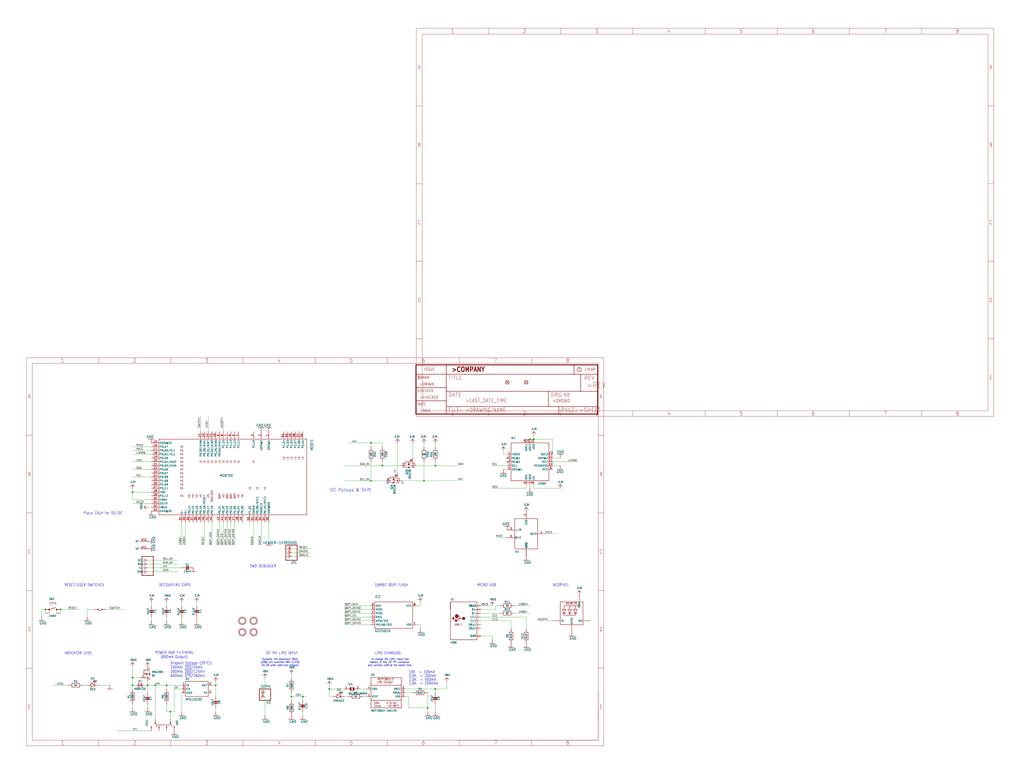
<source format=kicad_sch>
(kicad_sch (version 20211123) (generator eeschema)
  (paper "User" 687.07 520.141)
  (junction (at 111.76 459.74))
  (junction (at 287.02 474.98))
  (junction (at 88.9 330.2))
  (junction (at 88.9 459.74))
  (junction (at 292.1 312.42))
  (junction (at 114.3 477.52))
  (junction (at 195.58 467.36))
  (junction (at 248.92 322.58))
  (junction (at 99.06 459.74))
  (junction (at 358.14 294.64))
  (junction (at 292.1 462.28))
  (junction (at 203.2 467.36))
  (junction (at 144.78 459.74))
  (junction (at 30.48 408.94))
  (junction (at 355.6 294.64))
  (junction (at 40.64 408.94))
  (junction (at 220.98 462.28))
  (junction (at 88.9 454.66))
  (junction (at 284.48 322.58))
  (junction (at 104.14 459.74))
  (junction (at 256.54 312.42))
  (junction (at 248.92 297.18))
  (wire (pts (xy 116.84 462.28) (xy 116.84 477.52)))
  (wire (pts (xy 99.06 383.54) (xy 119.38 383.54)))
  (wire (pts (xy 30.48 408.94) (xy 30.48 411.48)))
  (wire (pts (xy 292.1 472.44) (xy 292.1 477.52)))
  (wire (pts (xy 195.58 467.36) (xy 195.58 469.9)))
  (wire (pts (xy 195.58 452.12) (xy 195.58 454.66)))
  (wire (pts (xy 287.02 474.98) (xy 287.02 477.52)))
  (wire (pts (xy 30.48 408.94) (xy 27.94 408.94)))
  (wire (pts (xy 355.6 294.64) (xy 353.06 294.64)))
  (wire (pts (xy 40.64 411.48) (xy 40.64 408.94)))
  (wire (pts (xy 284.48 309.88) (xy 284.48 322.58)))
  (wire (pts (xy 157.48 350.52) (xy 157.48 365.76)))
  (wire (pts (xy 231.14 414.02) (xy 248.92 414.02)))
  (wire (pts (xy 101.6 337.82) (xy 88.9 337.82)))
  (wire (pts (xy 99.06 381) (xy 121.92 381)))
  (wire (pts (xy 243.84 467.36) (xy 246.38 467.36)))
  (wire (pts (xy 284.48 299.72) (xy 284.48 297.18)))
  (wire (pts (xy 330.2 426.72) (xy 330.2 429.26)))
  (wire (pts (xy 279.4 419.1) (xy 281.94 419.1)))
  (wire (pts (xy 139.7 289.56) (xy 139.7 279.4)))
  (wire (pts (xy 177.8 480.06) (xy 177.8 467.36)))
  (wire (pts (xy 101.6 304.8) (xy 88.9 304.8)))
  (wire (pts (xy 121.92 459.74) (xy 111.76 459.74)))
  (wire (pts (xy 355.6 411.48) (xy 345.44 411.48)))
  (wire (pts (xy 203.2 467.36) (xy 205.74 467.36)))
  (wire (pts (xy 114.3 477.52) (xy 111.76 477.52)))
  (wire (pts (xy 271.78 467.36) (xy 274.32 467.36)))
  (wire (pts (xy 340.36 312.42) (xy 330.2 312.42)))
  (wire (pts (xy 111.76 414.02) (xy 111.76 416.56)))
  (wire (pts (xy 292.1 462.28) (xy 299.72 462.28)))
  (wire (pts (xy 332.74 406.4) (xy 335.28 406.4)))
  (wire (pts (xy 220.98 459.74) (xy 220.98 462.28)))
  (wire (pts (xy 266.7 317.5) (xy 266.7 297.18)))
  (wire (pts (xy 281.94 419.1) (xy 281.94 421.64)))
  (wire (pts (xy 91.44 459.74) (xy 88.9 459.74)))
  (wire (pts (xy 124.46 350.52) (xy 124.46 365.76)))
  (wire (pts (xy 195.58 464.82) (xy 195.58 467.36)))
  (wire (pts (xy 375.92 327.66) (xy 358.14 327.66)))
  (wire (pts (xy 256.54 312.42) (xy 231.14 312.42)))
  (wire (pts (xy 96.52 459.74) (xy 99.06 459.74)))
  (wire (pts (xy 88.9 335.28) (xy 88.9 330.2)))
  (wire (pts (xy 195.58 467.36) (xy 203.2 467.36)))
  (wire (pts (xy 279.4 406.4) (xy 281.94 406.4)))
  (wire (pts (xy 88.9 459.74) (xy 88.9 454.66)))
  (wire (pts (xy 248.92 406.4) (xy 231.14 406.4)))
  (wire (pts (xy 340.36 360.68) (xy 332.74 360.68)))
  (wire (pts (xy 370.84 304.8) (xy 370.84 294.64)))
  (wire (pts (xy 370.84 307.34) (xy 375.92 307.34)))
  (wire (pts (xy 358.14 294.64) (xy 355.6 294.64)))
  (wire (pts (xy 147.32 365.76) (xy 147.32 350.52)))
  (wire (pts (xy 269.24 322.58) (xy 284.48 322.58)))
  (wire (pts (xy 365.76 358.14) (xy 373.38 358.14)))
  (wire (pts (xy 292.1 299.72) (xy 292.1 297.18)))
  (wire (pts (xy 353.06 325.12) (xy 353.06 327.66)))
  (wire (pts (xy 259.08 322.58) (xy 248.92 322.58)))
  (wire (pts (xy 101.6 406.4) (xy 101.6 403.86)))
  (wire (pts (xy 248.92 408.94) (xy 231.14 408.94)))
  (wire (pts (xy 101.6 302.26) (xy 88.9 302.26)))
  (wire (pts (xy 88.9 330.2) (xy 88.9 327.66)))
  (wire (pts (xy 292.1 309.88) (xy 292.1 312.42)))
  (wire (pts (xy 231.14 416.56) (xy 248.92 416.56)))
  (wire (pts (xy 292.1 312.42) (xy 307.34 312.42)))
  (wire (pts (xy 322.58 426.72) (xy 330.2 426.72)))
  (wire (pts (xy 233.68 297.18) (xy 248.92 297.18)))
  (wire (pts (xy 101.6 414.02) (xy 101.6 416.56)))
  (wire (pts (xy 248.92 297.18) (xy 248.92 299.72)))
  (wire (pts (xy 142.24 365.76) (xy 142.24 350.52)))
  (wire (pts (xy 149.86 289.56) (xy 149.86 281.94)))
  (wire (pts (xy 111.76 477.52) (xy 111.76 472.44)))
  (wire (pts (xy 358.14 292.1) (xy 358.14 294.64)))
  (wire (pts (xy 101.6 314.96) (xy 88.9 314.96)))
  (wire (pts (xy 99.06 464.82) (xy 99.06 459.74)))
  (wire (pts (xy 116.84 477.52) (xy 114.3 477.52)))
  (wire (pts (xy 231.14 411.48) (xy 248.92 411.48)))
  (wire (pts (xy 132.08 414.02) (xy 132.08 416.56)))
  (wire (pts (xy 170.18 350.52) (xy 170.18 365.76)))
  (wire (pts (xy 220.98 462.28) (xy 231.14 462.28)))
  (wire (pts (xy 121.92 462.28) (xy 116.84 462.28)))
  (wire (pts (xy 358.14 327.66) (xy 358.14 325.12)))
  (wire (pts (xy 93.98 454.66) (xy 88.9 454.66)))
  (wire (pts (xy 332.74 408.94) (xy 332.74 406.4)))
  (wire (pts (xy 276.86 307.34) (xy 276.86 297.18)))
  (wire (pts (xy 337.82 314.96) (xy 340.36 314.96)))
  (wire (pts (xy 248.92 297.18) (xy 256.54 297.18)))
  (wire (pts (xy 299.72 457.2) (xy 299.72 462.28)))
  (wire (pts (xy 322.58 411.48) (xy 335.28 411.48)))
  (wire (pts (xy 353.06 414.02) (xy 353.06 421.64)))
  (wire (pts (xy 58.42 408.94) (xy 58.42 414.02)))
  (wire (pts (xy 142.24 459.74) (xy 144.78 459.74)))
  (wire (pts (xy 322.58 416.56) (xy 342.9 416.56)))
  (wire (pts (xy 370.84 294.64) (xy 358.14 294.64)))
  (wire (pts (xy 241.3 462.28) (xy 246.38 462.28)))
  (wire (pts (xy 342.9 416.56) (xy 342.9 421.64)))
  (wire (pts (xy 281.94 406.4) (xy 281.94 403.86)))
  (wire (pts (xy 370.84 309.88) (xy 386.08 309.88)))
  (wire (pts (xy 248.92 322.58) (xy 231.14 322.58)))
  (wire (pts (xy 292.1 462.28) (xy 271.78 462.28)))
  (wire (pts (xy 203.2 480.06) (xy 203.2 477.52)))
  (wire (pts (xy 111.76 406.4) (xy 111.76 403.86)))
  (wire (pts (xy 330.2 406.4) (xy 322.58 406.4)))
  (wire (pts (xy 101.6 299.72) (xy 88.9 299.72)))
  (wire (pts (xy 203.2 467.36) (xy 203.2 469.9)))
  (wire (pts (xy 284.48 322.58) (xy 307.34 322.58)))
  (wire (pts (xy 355.6 406.4) (xy 345.44 406.4)))
  (wire (pts (xy 322.58 408.94) (xy 332.74 408.94)))
  (wire (pts (xy 220.98 467.36) (xy 220.98 462.28)))
  (wire (pts (xy 269.24 312.42) (xy 256.54 312.42)))
  (wire (pts (xy 45.72 459.74) (xy 35.56 459.74)))
  (wire (pts (xy 88.9 454.66) (xy 88.9 447.04)))
  (wire (pts (xy 132.08 406.4) (xy 132.08 403.86)))
  (wire (pts (xy 292.1 464.82) (xy 292.1 462.28)))
  (wire (pts (xy 353.06 327.66) (xy 330.2 327.66)))
  (wire (pts (xy 101.6 335.28) (xy 88.9 335.28)))
  (wire (pts (xy 71.12 408.94) (xy 83.82 408.94)))
  (wire (pts (xy 88.9 474.98) (xy 88.9 472.44)))
  (wire (pts (xy 256.54 299.72) (xy 256.54 297.18)))
  (wire (pts (xy 274.32 467.36) (xy 274.32 474.98)))
  (wire (pts (xy 104.14 482.6) (xy 104.14 459.74)))
  (wire (pts (xy 322.58 414.02) (xy 353.06 414.02)))
  (wire (pts (xy 121.92 406.4) (xy 121.92 403.86)))
  (wire (pts (xy 231.14 467.36) (xy 233.68 467.36)))
  (wire (pts (xy 99.06 459.74) (xy 104.14 459.74)))
  (wire (pts (xy 177.8 454.66) (xy 177.8 464.82)))
  (wire (pts (xy 144.78 474.98) (xy 144.78 477.52)))
  (wire (pts (xy 149.86 365.76) (xy 149.86 350.52)))
  (wire (pts (xy 370.84 312.42) (xy 375.92 312.42)))
  (wire (pts (xy 144.78 467.36) (xy 144.78 459.74)))
  (wire (pts (xy 40.64 408.94) (xy 53.34 408.94)))
  (wire (pts (xy 279.4 312.42) (xy 292.1 312.42)))
  (wire (pts (xy 101.6 330.2) (xy 88.9 330.2)))
  (wire (pts (xy 287.02 464.82) (xy 287.02 474.98)))
  (wire (pts (xy 121.92 365.76) (xy 121.92 350.52)))
  (wire (pts (xy 99.06 375.92) (xy 119.38 375.92)))
  (wire (pts (xy 121.92 414.02) (xy 121.92 416.56)))
  (wire (pts (xy 111.76 462.28) (xy 111.76 459.74)))
  (wire (pts (xy 271.78 464.82) (xy 276.86 464.82)))
  (wire (pts (xy 154.94 350.52) (xy 154.94 365.76)))
  (wire (pts (xy 274.32 474.98) (xy 287.02 474.98)))
  (wire (pts (xy 208.28 370.84) (xy 195.58 370.84)))
  (wire (pts (xy 180.34 363.22) (xy 180.34 350.52)))
  (wire (pts (xy 137.16 350.52) (xy 137.16 365.76)))
  (wire (pts (xy 175.26 350.52) (xy 175.26 365.76)))
  (wire (pts (xy 248.92 309.88) (xy 248.92 322.58)))
  (wire (pts (xy 58.42 459.74) (xy 55.88 459.74)))
  (wire (pts (xy 337.82 304.8) (xy 337.82 302.26)))
  (wire (pts (xy 134.62 289.56) (xy 134.62 279.4)))
  (wire (pts (xy 256.54 309.88) (xy 256.54 312.42)))
  (wire (pts (xy 144.78 459.74) (xy 144.78 457.2)))
  (wire (pts (xy 99.06 457.2) (xy 99.06 459.74)))
  (wire (pts (xy 101.6 309.88) (xy 88.9 309.88)))
  (wire (pts (xy 101.6 340.36) (xy 99.06 340.36)))
  (wire (pts (xy 195.58 373.38) (xy 208.28 373.38)))
  (wire (pts (xy 121.92 464.82) (xy 121.92 477.52)))
  (wire (pts (xy 114.3 482.6) (xy 114.3 477.52)))
  (wire (pts (xy 101.6 490.22) (xy 78.74 490.22)))
  (wire (pts (xy 355.6 327.66) (xy 355.6 325.12)))
  (wire (pts (xy 152.4 350.52) (xy 152.4 365.76)))
  (wire (pts (xy 195.58 368.3) (xy 208.28 368.3)))
  (wire (pts (xy 99.06 378.46) (xy 119.38 378.46)))
  (wire (pts (xy 231.14 419.1) (xy 248.92 419.1)))
  (wire (pts (xy 370.84 416.56) (xy 360.68 416.56)))
  (wire (pts (xy 223.52 467.36) (xy 220.98 467.36)))
  (wire (pts (xy 340.36 304.8) (xy 337.82 304.8)))
  (wire (pts (xy 73.66 459.74) (xy 66.04 459.74)))
  (wire (pts (xy 27.94 408.94) (xy 27.94 414.02)))
  (wire (pts (xy 104.14 459.74) (xy 111.76 459.74)))
  (wire (pts (xy 88.9 462.28) (xy 88.9 459.74)))
  (wire (pts (xy 101.6 320.04) (xy 88.9 320.04)))
  (wire (pts (xy 63.5 408.94) (xy 58.42 408.94)))
  (wire (pts (xy 99.06 472.44) (xy 99.06 474.98)))
  (text "Place 10uH for DC/DC" (at 55.88 345.44 180) (effects (font (size 1.778 1.5113)) (justify left bottom)))
  (text "2.0K  = 500mA" (at 274.32 457.2 180) (effects (font (size 1.778 1.5113)) (justify left bottom)))
  (text "G" (at 264.16 317.5 180) (effects (font (size 1.778 1.5113)) (justify left bottom)))
  (text "JST PH LIPO INPUT" (at 177.8 439.42 180) (effects (font (size 1.778 1.5113)) (justify left bottom)))
  (text "1.0K  = 1000mA" (at 274.32 459.74 180) (effects (font (size 1.778 1.5113)) (justify left bottom)))
  (text "Dropout Voltage (25°C):\n100mA: ~{250/}40mV\n300mA: ~{300/}125mV\n600mA: ~{375/}260mV" (at 114.3 454.66 0) (effects (font (size 1.778 1.5113)) (justify left bottom)))
  (text "POWER AND FILTERING\n(600mA Output)" (at 116.84 441.96 180) (effects (font (size 1.778 1.5113)) (justify bottom)))
  (text "S" (at 269.24 325.12 180) (effects (font (size 1.778 1.5113)) (justify left bottom)))
  (text "NEOPIXEL" (at 370.84 393.7 180) (effects (font (size 1.778 1.5113)) (justify left bottom)))
  (text "LIPO CHARGING" (at 251.46 439.42 180) (effects (font (size 1.778 1.5113)) (justify left bottom)))
  (text "SWD DEBUGGER" (at 167.64 381 180) (effects (font (size 1.778 1.5113)) (justify left bottom)))
  (text "MICRO USB" (at 320.04 393.7 180) (effects (font (size 1.778 1.5113)) (justify left bottom)))
  (text "Dynamic VIN selection: VBUS\n(USB) will override VBAT (LIPO)\nvia D5 when both are present." (at 187.96 444.5 0) (effects (font (size 1.27 1.0795))))
  (text "DECOUPLING CAPS" (at 106.68 393.7 180) (effects (font (size 1.778 1.5113)) (justify left bottom)))
  (text "RESET/USER SWITCHES" (at 43.18 393.7 180) (effects (font (size 1.778 1.5113)) (justify left bottom)))
  (text "I2C Pullups & Shift" (at 220.98 330.2 180) (effects (font (size 2.1844 1.8567)) (justify left bottom)))
  (text "10K  = 100mA" (at 274.32 452.12 180) (effects (font (size 1.778 1.5113)) (justify left bottom)))
  (text "5.0K  = 200mA" (at 274.32 454.66 180) (effects (font (size 1.778 1.5113)) (justify left bottom)))
  (text "To charge the LIPO, insert the\nbattery in the JST PH connector\nand connect USB at the same time." (at 261.62 444.5 0) (effects (font (size 1.27 1.0795))))
  (text "INDICATOR LEDS" (at 43.18 439.42 180) (effects (font (size 1.778 1.5113)) (justify left bottom)))
  (text "16MBIT QSPI FLASH" (at 251.46 393.7 180) (effects (font (size 1.778 1.5113)) (justify left bottom)))
  (text "D" (at 259.08 325.12 180) (effects (font (size 1.778 1.5113)) (justify left bottom)))
  (label "QSPI_CS" (at 149.86 365.76 90) (effects (font (size 1.2446 1.2446))))
  (label "CC1" (at 330.2 414.02 0) (effects (font (size 1.2446 1.2446))))
  (label "MICD" (at 365.76 358.14 0) (effects (font (size 1.2446 1.2446))))
  (label "MICC" (at 332.74 360.68 0) (effects (font (size 1.2446 1.2446))))
  (label "QSPI_DATA0" (at 231.14 408.94 0) (effects (font (size 1.2446 1.2446))))
  (label "QSPI_DATA1" (at 147.32 365.76 90) (effects (font (size 1.2446 1.2446))))
  (label "QSPI_DATA2" (at 231.14 416.56 0) (effects (font (size 1.2446 1.2446))))
  (label "SDA" (at 91.44 314.96 0) (effects (font (size 1.2446 1.2446))))
  (label "USBD+" (at 347.98 406.4 0) (effects (font (size 1.2446 1.2446))))
  (label "RESET" (at 200.66 368.3 0) (effects (font (size 1.2446 1.2446))))
  (label "LISIRQ" (at 381 309.88 0) (effects (font (size 1.2446 1.2446))))
  (label "SDA_5V" (at 241.3 312.42 0) (effects (font (size 1.2446 1.2446))))
  (label "EN" (at 116.84 462.28 0) (effects (font (size 1.2446 1.2446))))
  (label "CC2" (at 330.2 416.56 0) (effects (font (size 1.2446 1.2446))))
  (label "SCL_5V" (at 109.22 375.92 0) (effects (font (size 1.2446 1.2446))))
  (label "GND" (at 109.22 383.54 0) (effects (font (size 1.2446 1.2446))))
  (label "QSPI_DATA3" (at 152.4 365.76 90) (effects (font (size 1.2446 1.2446))))
  (label "SWDIO" (at 170.18 365.76 90) (effects (font (size 1.2446 1.2446))))
  (label "QSPI_CS" (at 231.14 414.02 0) (effects (font (size 1.2446 1.2446))))
  (label "SWCLK" (at 175.26 365.76 90) (effects (font (size 1.2446 1.2446))))
  (label "SWITCH" (at 134.62 287.02 90) (effects (font (size 1.2446 1.2446))))
  (label "SCL_5V" (at 241.3 322.58 0) (effects (font (size 1.2446 1.2446))))
  (label "SWDIO" (at 200.66 370.84 0) (effects (font (size 1.2446 1.2446))))
  (label "SCL" (at 91.44 320.04 0) (effects (font (size 1.2446 1.2446))))
  (label "VHI" (at 109.22 381 0) (effects (font (size 1.2446 1.2446))))
  (label "QSPI_DATA2" (at 154.94 365.76 90) (effects (font (size 1.2446 1.2446))))
  (label "NEOPIX" (at 360.68 416.56 0) (effects (font (size 1.2446 1.2446))))
  (label "VDIV" (at 91.44 309.88 0) (effects (font (size 1.2446 1.2446))))
  (label "VDIV" (at 198.12 467.36 0) (effects (font (size 1.2446 1.2446))))
  (label "VHI" (at 88.9 490.22 0) (effects (font (size 1.2446 1.2446))))
  (label "RESET" (at 137.16 365.76 90) (effects (font (size 1.2446 1.2446))))
  (label "SCL" (at 330.2 312.42 0) (effects (font (size 1.2446 1.2446))))
  (label "DCCH" (at 91.44 337.82 0) (effects (font (size 1.2446 1.2446))))
  (label "USBD-" (at 121.92 365.76 90) (effects (font (size 1.2446 1.2446))))
  (label "MICC" (at 91.44 302.26 0) (effects (font (size 1.2446 1.2446))))
  (label "QSPI_DATA3" (at 231.14 419.1 0) (effects (font (size 1.2446 1.2446))))
  (label "LED1" (at 38.1 459.74 0) (effects (font (size 1.2446 1.2446))))
  (label "SWCLK" (at 200.66 373.38 0) (effects (font (size 1.2446 1.2446))))
  (label "QSPI_SCK" (at 231.14 406.4 0) (effects (font (size 1.2446 1.2446))))
  (label "QSPI_DATA1" (at 231.14 411.48 0) (effects (font (size 1.2446 1.2446))))
  (label "VBUS" (at 322.58 406.4 0) (effects (font (size 1.2446 1.2446))))
  (label "NEOPIX" (at 149.86 287.02 90) (effects (font (size 1.2446 1.2446))))
  (label "SWITCH" (at 73.66 408.94 0) (effects (font (size 1.2446 1.2446))))
  (label "SDA" (at 330.2 327.66 0) (effects (font (size 1.2446 1.2446))))
  (label "SDA" (at 307.34 312.42 0) (effects (font (size 1.2446 1.2446))))
  (label "SDA_5V" (at 109.22 378.46 0) (effects (font (size 1.2446 1.2446))))
  (label "RESET" (at 45.72 408.94 0) (effects (font (size 1.2446 1.2446))))
  (label "VHI" (at 236.22 297.18 0) (effects (font (size 1.2446 1.2446))))
  (label "LED1" (at 139.7 287.02 90) (effects (font (size 1.2446 1.2446))))
  (label "QSPI_DATA0" (at 157.48 365.76 90) (effects (font (size 1.2446 1.2446))))
  (label "LISIRQ" (at 91.44 304.8 0) (effects (font (size 1.2446 1.2446))))
  (label "QSPI_SCK" (at 142.24 365.76 90) (effects (font (size 1.2446 1.2446))))
  (label "USBD+" (at 124.46 365.76 90) (effects (font (size 1.2446 1.2446))))
  (label "MICD" (at 91.44 299.72 0) (effects (font (size 1.2446 1.2446))))
  (label "VIN" (at 104.14 459.74 0) (effects (font (size 1.2446 1.2446))))
  (label "SCL" (at 307.34 322.58 0) (effects (font (size 1.2446 1.2446))))
  (label "USBD-" (at 347.98 411.48 0) (effects (font (size 1.2446 1.2446))))
  (symbol (lib_id "eagleSchem-eagle-import:CAP_CERAMIC0603_NO") (at 121.92 408.94 180) (unit 1)
    (property "Reference" "C3" (at 124.21 410.19 90))
    (property "Value" "0.1uF" (at 119.62 410.19 90))
    (property "Footprint" "eagleSchem:0603-NO" (effects hide))
  )
  (symbol (lib_id "eagleSchem-eagle-import:GND") (at 195.58 482.6 0) (unit 1)
    (property "Reference" "#U$57" (effects hide))
    (property "Value" "GND" (at 194.056 485.14 0) (effects (font (size 1.778 1.5113)) (justify left bottom)))
    (property "Footprint" "eagleSchem:" (effects hide))
  )
  (symbol (lib_id "eagleSchem-eagle-import:MOUNTINGHOLE_SLOT4MM") (at 170.18 424.18 0) (unit 1)
    (property "Reference" "U$12" (effects hide))
    (property "Value" "MOUNTINGHOLE_SLOT4MM" (effects hide))
    (property "Footprint" "eagleSchem:SLOT_4MM_PLATED" (effects hide))
  )
  (symbol (lib_id "eagleSchem-eagle-import:VBAT") (at 177.8 452.12 0) (unit 1)
    (property "Reference" "#U$6" (effects hide))
    (property "Value" "VBAT" (at 176.276 451.104 0) (effects (font (size 1.27 1.0795)) (justify left bottom)))
    (property "Footprint" "eagleSchem:" (effects hide))
  )
  (symbol (lib_id "eagleSchem-eagle-import:DIODE-SCHOTTKYSOD-123") (at 93.98 459.74 0) (unit 1)
    (property "Reference" "D1" (at 93.98 457.2 0))
    (property "Value" "MBR120" (at 93.98 462.24 0))
    (property "Footprint" "eagleSchem:SOD-123" (effects hide))
  )
  (symbol (lib_id "eagleSchem-eagle-import:VBUS") (at 330.2 403.86 0) (unit 1)
    (property "Reference" "#U$21" (effects hide))
    (property "Value" "VBUS" (at 328.676 402.844 0) (effects (font (size 1.27 1.0795)) (justify left bottom)))
    (property "Footprint" "eagleSchem:" (effects hide))
  )
  (symbol (lib_id "eagleSchem-eagle-import:RESISTOR_0603_NOOUT") (at 340.36 406.4 0) (unit 1)
    (property "Reference" "R11" (at 340.36 403.86 0))
    (property "Value" "22" (at 340.36 406.4 0) (effects (font (size 1.016 1.016) bold)))
    (property "Footprint" "eagleSchem:0603-NO" (effects hide))
  )
  (symbol (lib_id "eagleSchem-eagle-import:SWITCH_SPST_TACT_RA") (at 66.04 408.94 180) (unit 1)
    (property "Reference" "SW1" (effects hide))
    (property "Value" "TACT_RA" (effects hide))
    (property "Footprint" "eagleSchem:SPST_TACTILE_RA" (effects hide))
  )
  (symbol (lib_id "eagleSchem-eagle-import:STEMMA_I2C_QT") (at 99.06 368.3 180) (unit 2)
    (property "Reference" "CONN1" (effects hide))
    (property "Value" "STEMMA_I2C_QT" (effects hide))
    (property "Footprint" "eagleSchem:JST_SH4" (effects hide))
  )
  (symbol (lib_id "eagleSchem-eagle-import:3.3V") (at 337.82 299.72 0) (unit 1)
    (property "Reference" "#U$40" (effects hide))
    (property "Value" "3.3V" (at 336.296 298.704 0) (effects (font (size 1.27 1.0795)) (justify left bottom)))
    (property "Footprint" "eagleSchem:" (effects hide))
  )
  (symbol (lib_id "eagleSchem-eagle-import:VBAT") (at 99.06 444.5 0) (unit 1)
    (property "Reference" "#U$43" (effects hide))
    (property "Value" "VBAT" (at 97.536 443.484 0) (effects (font (size 1.27 1.0795)) (justify left bottom)))
    (property "Footprint" "eagleSchem:" (effects hide))
  )
  (symbol (lib_id "eagleSchem-eagle-import:GND") (at 203.2 482.6 0) (unit 1)
    (property "Reference" "#U$9" (effects hide))
    (property "Value" "GND" (at 201.676 485.14 0) (effects (font (size 1.778 1.5113)) (justify left bottom)))
    (property "Footprint" "eagleSchem:" (effects hide))
  )
  (symbol (lib_id "eagleSchem-eagle-import:GND") (at 116.84 492.76 0) (unit 1)
    (property "Reference" "#U$17" (effects hide))
    (property "Value" "GND" (at 115.316 495.3 0) (effects (font (size 1.778 1.5113)) (justify left bottom)))
    (property "Footprint" "eagleSchem:" (effects hide))
  )
  (symbol (lib_id "eagleSchem-eagle-import:GND") (at 101.6 345.44 0) (unit 1)
    (property "Reference" "#U$48" (effects hide))
    (property "Value" "GND" (at 100.076 347.98 0) (effects (font (size 1.778 1.5113)) (justify left bottom)))
    (property "Footprint" "eagleSchem:" (effects hide))
  )
  (symbol (lib_id "eagleSchem-eagle-import:GND") (at 58.42 416.56 0) (unit 1)
    (property "Reference" "#U$8" (effects hide))
    (property "Value" "GND" (at 56.896 419.1 0) (effects (font (size 1.778 1.5113)) (justify left bottom)))
    (property "Footprint" "eagleSchem:" (effects hide))
  )
  (symbol (lib_id "eagleSchem-eagle-import:RESISTOR_0603_NOOUT") (at 340.36 411.48 0) (unit 1)
    (property "Reference" "R10" (at 340.36 408.94 0))
    (property "Value" "22" (at 340.36 411.48 0) (effects (font (size 1.016 1.016) bold)))
    (property "Footprint" "eagleSchem:0603-NO" (effects hide))
  )
  (symbol (lib_id "eagleSchem-eagle-import:RESISTOR_4PACK") (at 256.54 304.8 270) (unit 2)
    (property "Reference" "R5" (at 259.08 304.8 0))
    (property "Value" "10K" (at 256.54 304.8 0) (effects (font (size 1.016 1.016) bold)))
    (property "Footprint" "eagleSchem:RESPACK_4X0603" (effects hide))
  )
  (symbol (lib_id "eagleSchem-eagle-import:3.3V") (at 353.06 340.36 0) (unit 1)
    (property "Reference" "#U$46" (effects hide))
    (property "Value" "3.3V" (at 351.536 339.344 0) (effects (font (size 1.27 1.0795)) (justify left bottom)))
    (property "Footprint" "eagleSchem:" (effects hide))
  )
  (symbol (lib_id "eagleSchem-eagle-import:3.3V") (at 292.1 294.64 0) (mirror y) (unit 1)
    (property "Reference" "#U$18" (effects hide))
    (property "Value" "3.3V" (at 293.624 293.624 0) (effects (font (size 1.27 1.0795)) (justify left bottom)))
    (property "Footprint" "eagleSchem:" (effects hide))
  )
  (symbol (lib_id "eagleSchem-eagle-import:FRAME_A3") (at 17.78 500.38 0) (unit 1)
    (property "Reference" "#FRAME1" (effects hide))
    (property "Value" "FRAME_A3" (effects hide))
    (property "Footprint" "eagleSchem:" (effects hide))
  )
  (symbol (lib_id "eagleSchem-eagle-import:MDBT50") (at 157.48 320.04 270) (unit 1)
    (property "Reference" "MDBT1" (at 208.28 294.64 0) (effects (font (size 1.778 1.5113)) (justify left bottom)))
    (property "Value" "MDBT50" (at 147.32 320.04 90) (effects (font (size 1.778 1.5113)) (justify left bottom)))
    (property "Footprint" "eagleSchem:MDBT50" (effects hide))
  )
  (symbol (lib_id "eagleSchem-eagle-import:GND") (at 121.92 480.06 0) (unit 1)
    (property "Reference" "#U$30" (effects hide))
    (property "Value" "GND" (at 120.396 482.6 0) (effects (font (size 1.778 1.5113)) (justify left bottom)))
    (property "Footprint" "eagleSchem:" (effects hide))
  )
  (symbol (lib_id "eagleSchem-eagle-import:LED0805_NOOUTLINE") (at 63.5 459.74 0) (unit 1)
    (property "Reference" "D2" (at 62.23 455.295 0))
    (property "Value" "RED" (at 62.23 462.534 0))
    (property "Footprint" "eagleSchem:CHIPLED_0805_NOOUTLINE" (effects hide))
  )
  (symbol (lib_id "eagleSchem-eagle-import:STEMMA_I2C_QT") (at 99.06 363.22 180) (unit 3)
    (property "Reference" "CONN1" (effects hide))
    (property "Value" "STEMMA_I2C_QT" (effects hide))
    (property "Footprint" "eagleSchem:JST_SH4" (effects hide))
  )
  (symbol (lib_id "eagleSchem-eagle-import:ACCEL_LIS3DHTR") (at 355.6 309.88 0) (unit 1)
    (property "Reference" "IC4" (at 342.9 294.64 0) (effects (font (size 1.27 1.0795)) (justify left bottom)))
    (property "Value" "LIS3DH" (at 360.68 325.12 0) (effects (font (size 1.27 1.0795)) (justify left bottom)))
    (property "Footprint" "eagleSchem:LGA16_3X3MM" (effects hide))
  )
  (symbol (lib_id "eagleSchem-eagle-import:MOSFET-N_DUAL") (at 274.32 309.88 90) (mirror x) (unit 2)
    (property "Reference" "Q2" (at 273.685 314.96 0) (effects (font (size 1.27 1.0795)) (justify left bottom)))
    (property "Value" "BSS138" (at 275.59 314.96 0) (effects (font (size 1.27 1.0795)) (justify left bottom)))
    (property "Footprint" "eagleSchem:SOT363" (effects hide))
  )
  (symbol (lib_id "eagleSchem-eagle-import:RESISTOR_0603_NOOUT") (at 195.58 459.74 90) (unit 1)
    (property "Reference" "R7" (at 193.04 459.74 0))
    (property "Value" "100K" (at 195.58 459.74 0) (effects (font (size 1.016 1.016) bold)))
    (property "Footprint" "eagleSchem:0603-NO" (effects hide))
  )
  (symbol (lib_id "eagleSchem-eagle-import:MOUNTINGHOLE_SLOT4MM") (at 170.18 416.56 0) (unit 1)
    (property "Reference" "U$14" (effects hide))
    (property "Value" "MOUNTINGHOLE_SLOT4MM" (effects hide))
    (property "Footprint" "eagleSchem:SLOT_4MM_PLATED" (effects hide))
  )
  (symbol (lib_id "eagleSchem-eagle-import:3.3V") (at 284.48 294.64 0) (mirror y) (unit 1)
    (property "Reference" "#U$52" (effects hide))
    (property "Value" "3.3V" (at 286.004 293.624 0) (effects (font (size 1.27 1.0795)) (justify left bottom)))
    (property "Footprint" "eagleSchem:" (effects hide))
  )
  (symbol (lib_id "eagleSchem-eagle-import:3.3V") (at 266.7 294.64 0) (mirror y) (unit 1)
    (property "Reference" "#U$61" (effects hide))
    (property "Value" "3.3V" (at 268.224 293.624 0) (effects (font (size 1.27 1.0795)) (justify left bottom)))
    (property "Footprint" "eagleSchem:" (effects hide))
  )
  (symbol (lib_id "eagleSchem-eagle-import:HEADER-1X3ROUND") (at 193.04 370.84 180) (unit 1)
    (property "Reference" "JP1" (at 199.39 376.555 0) (effects (font (size 1.778 1.5113)) (justify left bottom)))
    (property "Value" "HEADER-1X3ROUND" (at 199.39 363.22 0) (effects (font (size 1.778 1.5113)) (justify left bottom)))
    (property "Footprint" "eagleSchem:1X03_ROUND" (effects hide))
  )
  (symbol (lib_id "eagleSchem-eagle-import:VBUS") (at 96.52 340.36 90) (unit 1)
    (property "Reference" "#U$23" (effects hide))
    (property "Value" "VBUS" (at 95.504 341.884 0) (effects (font (size 1.27 1.0795)) (justify left bottom)))
    (property "Footprint" "eagleSchem:" (effects hide))
  )
  (symbol (lib_id "eagleSchem-eagle-import:3.3V") (at 101.6 401.32 0) (unit 1)
    (property "Reference" "#U$22" (effects hide))
    (property "Value" "3.3V" (at 100.076 400.304 0) (effects (font (size 1.27 1.0795)) (justify left bottom)))
    (property "Footprint" "eagleSchem:" (effects hide))
  )
  (symbol (lib_id "eagleSchem-eagle-import:RESISTOR_0603_NOOUT") (at 195.58 474.98 90) (unit 1)
    (property "Reference" "R8" (at 193.04 474.98 0))
    (property "Value" "100K" (at 195.58 474.98 0) (effects (font (size 1.016 1.016) bold)))
    (property "Footprint" "eagleSchem:0603-NO" (effects hide))
  )
  (symbol (lib_id "eagleSchem-eagle-import:GND") (at 180.34 287.02 180) (unit 1)
    (property "Reference" "#U$53" (effects hide))
    (property "Value" "GND" (at 181.864 284.48 0) (effects (font (size 1.778 1.5113)) (justify left bottom)))
    (property "Footprint" "eagleSchem:" (effects hide))
  )
  (symbol (lib_id "eagleSchem-eagle-import:GND") (at 73.66 462.28 0) (unit 1)
    (property "Reference" "#U$15" (effects hide))
    (property "Value" "GND" (effects hide))
    (property "Footprint" "eagleSchem:" (effects hide))
  )
  (symbol (lib_id "eagleSchem-eagle-import:3.3V") (at 144.78 454.66 0) (unit 1)
    (property "Reference" "#U$11" (effects hide))
    (property "Value" "3.3V" (at 143.256 453.644 0) (effects (font (size 1.27 1.0795)) (justify left bottom)))
    (property "Footprint" "eagleSchem:" (effects hide))
  )
  (symbol (lib_id "eagleSchem-eagle-import:GND") (at 101.6 419.1 0) (unit 1)
    (property "Reference" "#U$42" (effects hide))
    (property "Value" "GND" (at 100.076 421.64 0) (effects (font (size 1.778 1.5113)) (justify left bottom)))
    (property "Footprint" "eagleSchem:" (effects hide))
  )
  (symbol (lib_id "eagleSchem-eagle-import:MIC_PDM_SPK0415") (at 353.06 358.14 0) (unit 1)
    (property "Reference" "IC1" (at 345.44 370.84 0) (effects (font (size 1.27 1.0795)) (justify left bottom)))
    (property "Value" "MIC_PDM_SPK0415" (effects hide))
    (property "Footprint" "eagleSchem:SPK0415HM4H" (effects hide))
  )
  (symbol (lib_id "eagleSchem-eagle-import:GND") (at 287.02 480.06 0) (unit 1)
    (property "Reference" "#U$36" (effects hide))
    (property "Value" "GND" (at 285.496 482.6 0) (effects (font (size 1.778 1.5113)) (justify left bottom)))
    (property "Footprint" "eagleSchem:" (effects hide))
  )
  (symbol (lib_id "eagleSchem-eagle-import:GND") (at 101.6 368.3 90) (unit 1)
    (property "Reference" "#U$20" (effects hide))
    (property "Value" "GND" (at 104.14 369.824 0) (effects (font (size 1.778 1.5113)) (justify left bottom)))
    (property "Footprint" "eagleSchem:" (effects hide))
  )
  (symbol (lib_id "eagleSchem-eagle-import:USB_C") (at 312.42 416.56 0) (unit 1)
    (property "Reference" "X2" (at 302.26 402.844 0) (effects (font (size 1.27 1.0795)) (justify left bottom)))
    (property "Value" "USBC" (at 302.26 431.8 0) (effects (font (size 1.27 1.0795)) (justify left bottom)))
    (property "Footprint" "eagleSchem:USB_C_CUSB31-CFM2AX-01-X" (effects hide))
  )
  (symbol (lib_id "eagleSchem-eagle-import:GND") (at 340.36 353.06 180) (unit 1)
    (property "Reference" "#U$50" (effects hide))
    (property "Value" "GND" (at 341.884 350.52 0) (effects (font (size 1.778 1.5113)) (justify left bottom)))
    (property "Footprint" "eagleSchem:" (effects hide))
  )
  (symbol (lib_id "eagleSchem-eagle-import:CAP_CERAMIC0805-NOOUTLINE") (at 111.76 408.94 180) (unit 1)
    (property "Reference" "C6" (at 114.05 410.19 90))
    (property "Value" "10uF" (at 109.46 410.19 90))
    (property "Footprint" "eagleSchem:0805-NO" (effects hide))
  )
  (symbol (lib_id "eagleSchem-eagle-import:GND") (at 144.78 480.06 0) (unit 1)
    (property "Reference" "#U$5" (effects hide))
    (property "Value" "GND" (at 143.256 482.6 0) (effects (font (size 1.778 1.5113)) (justify left bottom)))
    (property "Footprint" "eagleSchem:" (effects hide))
  )
  (symbol (lib_id "eagleSchem-eagle-import:3.3V") (at 358.14 289.56 0) (unit 1)
    (property "Reference" "#U$39" (effects hide))
    (property "Value" "3.3V" (at 356.616 288.544 0) (effects (font (size 1.27 1.0795)) (justify left bottom)))
    (property "Footprint" "eagleSchem:" (effects hide))
  )
  (symbol (lib_id "eagleSchem-eagle-import:3.3V") (at 375.92 325.12 0) (unit 1)
    (property "Reference" "#U$41" (effects hide))
    (property "Value" "3.3V" (at 374.396 324.104 0) (effects (font (size 1.27 1.0795)) (justify left bottom)))
    (property "Footprint" "eagleSchem:" (effects hide))
  )
  (symbol (lib_id "eagleSchem-eagle-import:STEMMA_I2C_QT") (at 99.06 378.46 180) (unit 1)
    (property "Reference" "CONN1" (effects hide))
    (property "Value" "STEMMA_I2C_QT" (effects hide))
    (property "Footprint" "eagleSchem:JST_SH4" (effects hide))
  )
  (symbol (lib_id "eagleSchem-eagle-import:FIDUCIAL_1MM") (at 353.06 256.54 0) (unit 1)
    (property "Reference" "FID2" (effects hide))
    (property "Value" "FIDUCIAL_1MM" (effects hide))
    (property "Footprint" "eagleSchem:FIDUCIAL_1MM" (effects hide))
  )
  (symbol (lib_id "eagleSchem-eagle-import:GND") (at 375.92 314.96 0) (unit 1)
    (property "Reference" "#GND9" (effects hide))
    (property "Value" "GND" (at 373.38 317.5 0) (effects (font (size 1.778 1.5113)) (justify left bottom)))
    (property "Footprint" "eagleSchem:" (effects hide))
  )
  (symbol (lib_id "eagleSchem-eagle-import:SWITCH_TACT_SMT4.6X2.8") (at 35.56 408.94 0) (unit 1)
    (property "Reference" "SW3" (at 33.02 402.59 0) (effects (font (size 1.27 1.0795)) (justify left bottom)))
    (property "Value" "KMR2" (at 33.02 414.02 0) (effects (font (size 1.27 1.0795)) (justify left bottom)))
    (property "Footprint" "eagleSchem:BTN_KMR2_4.6X2.8" (effects hide))
  )
  (symbol (lib_id "eagleSchem-eagle-import:WS2812B_SK6805_1515") (at 383.54 414.02 0) (unit 1)
    (property "Reference" "LED1" (effects hide))
    (property "Value" "WS2812B_SK6805_1515" (effects hide))
    (property "Footprint" "eagleSchem:SK6805_1515" (effects hide))
  )
  (symbol (lib_id "eagleSchem-eagle-import:GND") (at 111.76 419.1 0) (unit 1)
    (property "Reference" "#U$25" (effects hide))
    (property "Value" "GND" (at 110.236 421.64 0) (effects (font (size 1.778 1.5113)) (justify left bottom)))
    (property "Footprint" "eagleSchem:" (effects hide))
  )
  (symbol (lib_id "eagleSchem-eagle-import:MOSFET-N_DUAL") (at 264.16 320.04 90) (mirror x) (unit 1)
    (property "Reference" "Q2" (at 263.525 325.12 0) (effects (font (size 1.27 1.0795)) (justify left bottom)))
    (property "Value" "BSS138" (at 265.43 325.12 0) (effects (font (size 1.27 1.0795)) (justify left bottom)))
    (property "Footprint" "eagleSchem:SOT363" (effects hide))
  )
  (symbol (lib_id "eagleSchem-eagle-import:GND") (at 281.94 424.18 0) (unit 1)
    (property "Reference" "#U$56" (effects hide))
    (property "Value" "GND" (at 280.416 426.72 0) (effects (font (size 1.778 1.5113)) (justify left bottom)))
    (property "Footprint" "eagleSchem:" (effects hide))
  )
  (symbol (lib_id "eagleSchem-eagle-import:GND") (at 101.6 294.64 180) (unit 1)
    (property "Reference" "#U$49" (effects hide))
    (property "Value" "GND" (at 103.124 292.1 0) (effects (font (size 1.778 1.5113)) (justify left bottom)))
    (property "Footprint" "eagleSchem:" (effects hide))
  )
  (symbol (lib_id "eagleSchem-eagle-import:RESISTOR_0603_NOOUT") (at 353.06 426.72 90) (unit 1)
    (property "Reference" "R12" (at 350.52 426.72 0))
    (property "Value" "5.1K" (at 353.06 426.72 0) (effects (font (size 1.016 1.016) bold)))
    (property "Footprint" "eagleSchem:0603-NO" (effects hide))
  )
  (symbol (lib_id "eagleSchem-eagle-import:CAP_CERAMIC0603_NO") (at 203.2 472.44 180) (unit 1)
    (property "Reference" "C10" (at 205.49 473.69 90))
    (property "Value" "0.1uF" (at 200.9 473.69 90))
    (property "Footprint" "eagleSchem:0603-NO" (effects hide))
  )
  (symbol (lib_id "eagleSchem-eagle-import:VREG_SOT23-5") (at 132.08 462.28 0) (unit 1)
    (property "Reference" "U2" (at 124.46 456.184 0) (effects (font (size 1.27 1.0795)) (justify left bottom)))
    (property "Value" "AP2112(3.3V)" (at 124.46 469.9 0) (effects (font (size 1.27 1.0795)) (justify left bottom)))
    (property "Footprint" "eagleSchem:SOT23-5" (effects hide))
  )
  (symbol (lib_id "eagleSchem-eagle-import:MCP73831{slash}2") (at 259.08 464.82 0) (unit 1)
    (property "Reference" "U3" (at 248.92 453.39 0) (effects (font (size 1.27 1.0795)) (justify left bottom)))
    (property "Value" "MCP73831T-2ACI/OT" (at 248.92 477.52 0) (effects (font (size 1.27 1.0795)) (justify left bottom)))
    (property "Footprint" "eagleSchem:SOT23-5" (effects hide))
  )
  (symbol (lib_id "eagleSchem-eagle-import:CAP_CERAMIC0805-NOOUTLINE") (at 124.46 381 270) (unit 1)
    (property "Reference" "C1" (at 125.71 378.71 90))
    (property "Value" "10uF" (at 125.71 383.3 90))
    (property "Footprint" "eagleSchem:0805-NO" (effects hide))
  )
  (symbol (lib_id "eagleSchem-eagle-import:GND") (at 180.34 365.76 0) (unit 1)
    (property "Reference" "#U$54" (effects hide))
    (property "Value" "GND" (effects hide))
    (property "Footprint" "eagleSchem:" (effects hide))
  )
  (symbol (lib_id "eagleSchem-eagle-import:3.3V") (at 121.92 401.32 0) (unit 1)
    (property "Reference" "#U$32" (effects hide))
    (property "Value" "3.3V" (at 120.396 400.304 0) (effects (font (size 1.27 1.0795)) (justify left bottom)))
    (property "Footprint" "eagleSchem:" (effects hide))
  )
  (symbol (lib_id "eagleSchem-eagle-import:CAP_CERAMIC0805-NOOUTLINE") (at 292.1 467.36 180) (unit 1)
    (property "Reference" "C9" (at 294.39 468.61 90))
    (property "Value" "10uF" (at 289.8 468.61 90))
    (property "Footprint" "eagleSchem:0805-NO" (effects hide))
  )
  (symbol (lib_id "eagleSchem-eagle-import:GND") (at 330.2 431.8 0) (unit 1)
    (property "Reference" "#U$19" (effects hide))
    (property "Value" "GND" (at 328.676 434.34 0) (effects (font (size 1.778 1.5113)) (justify left bottom)))
    (property "Footprint" "eagleSchem:" (effects hide))
  )
  (symbol (lib_id "eagleSchem-eagle-import:RESISTOR_0603_NOOUT") (at 342.9 426.72 90) (unit 1)
    (property "Reference" "R9" (at 340.36 426.72 0))
    (property "Value" "5.1K" (at 342.9 426.72 0) (effects (font (size 1.016 1.016) bold)))
    (property "Footprint" "eagleSchem:0603-NO" (effects hide))
  )
  (symbol (lib_id "eagleSchem-eagle-import:GND") (at 292.1 480.06 0) (unit 1)
    (property "Reference" "#U$33" (effects hide))
    (property "Value" "GND" (at 290.576 482.6 0) (effects (font (size 1.778 1.5113)) (justify left bottom)))
    (property "Footprint" "eagleSchem:" (effects hide))
  )
  (symbol (lib_id "eagleSchem-eagle-import:VBUS") (at 111.76 401.32 0) (unit 1)
    (property "Reference" "#U$29" (effects hide))
    (property "Value" "VBUS" (at 110.236 400.304 0) (effects (font (size 1.27 1.0795)) (justify left bottom)))
    (property "Footprint" "eagleSchem:" (effects hide))
  )
  (symbol (lib_id "eagleSchem-eagle-import:RESISTOR_0603_NOOUT") (at 111.76 467.36 90) (unit 1)
    (property "Reference" "R6" (at 109.22 467.36 0))
    (property "Value" "100K" (at 111.76 467.36 0) (effects (font (size 1.016 1.016) bold)))
    (property "Footprint" "eagleSchem:0603-NO" (effects hide))
  )
  (symbol (lib_id "eagleSchem-eagle-import:VBUS") (at 88.9 444.5 0) (unit 1)
    (property "Reference" "#U$13" (effects hide))
    (property "Value" "VBUS" (at 87.376 443.484 0) (effects (font (size 1.27 1.0795)) (justify left bottom)))
    (property "Footprint" "eagleSchem:" (effects hide))
  )
  (symbol (lib_id "eagleSchem-eagle-import:MOUNTINGHOLE_SLOT4MM") (at 162.56 424.18 0) (unit 1)
    (property "Reference" "U$10" (effects hide))
    (property "Value" "MOUNTINGHOLE_SLOT4MM" (effects hide))
    (property "Footprint" "eagleSchem:SLOT_4MM_PLATED" (effects hide))
  )
  (symbol (lib_id "eagleSchem-eagle-import:GND") (at 353.06 434.34 0) (unit 1)
    (property "Reference" "#U$27" (effects hide))
    (property "Value" "GND" (at 351.536 436.88 0) (effects (font (size 1.778 1.5113)) (justify left bottom)))
    (property "Footprint" "eagleSchem:" (effects hide))
  )
  (symbol (lib_id "eagleSchem-eagle-import:CAP_CERAMIC0603_NO") (at 132.08 408.94 180) (unit 1)
    (property "Reference" "C4" (at 134.37 410.19 90))
    (property "Value" "0.1uF" (at 129.78 410.19 90))
    (property "Footprint" "eagleSchem:0603-NO" (effects hide))
  )
  (symbol (lib_id "eagleSchem-eagle-import:GND") (at 383.54 426.72 0) (unit 1)
    (property "Reference" "#U$60" (effects hide))
    (property "Value" "GND" (at 382.016 429.26 0) (effects (font (size 1.778 1.5113)) (justify left bottom)))
    (property "Footprint" "eagleSchem:" (effects hide))
  )
  (symbol (lib_id "eagleSchem-eagle-import:3.3V") (at 88.9 325.12 0) (unit 1)
    (property "Reference" "#U$47" (effects hide))
    (property "Value" "3.3V" (at 87.376 324.104 0) (effects (font (size 1.27 1.0795)) (justify left bottom)))
    (property "Footprint" "eagleSchem:" (effects hide))
  )
  (symbol (lib_id "eagleSchem-eagle-import:GND") (at 353.06 375.92 0) (unit 1)
    (property "Reference" "#U$45" (effects hide))
    (property "Value" "GND" (at 351.536 378.46 0) (effects (font (size 1.778 1.5113)) (justify left bottom)))
    (property "Footprint" "eagleSchem:" (effects hide))
  )
  (symbol (lib_id "eagleSchem-eagle-import:RESISTOR_4PACK") (at 292.1 304.8 90) (mirror x) (unit 3)
    (property "Reference" "R5" (at 289.56 304.8 0))
    (property "Value" "10K" (at 292.1 304.8 0) (effects (font (size 1.016 1.016) bold)))
    (property "Footprint" "eagleSchem:RESPACK_4X0603" (effects hide))
  )
  (symbol (lib_id "eagleSchem-eagle-import:GND") (at 88.9 477.52 0) (unit 1)
    (property "Reference" "#U$44" (effects hide))
    (property "Value" "GND" (at 87.376 480.06 0) (effects (font (size 1.778 1.5113)) (justify left bottom)))
    (property "Footprint" "eagleSchem:" (effects hide))
  )
  (symbol (lib_id "eagleSchem-eagle-import:GND") (at 342.9 434.34 0) (unit 1)
    (property "Reference" "#U$26" (effects hide))
    (property "Value" "GND" (at 341.376 436.88 0) (effects (font (size 1.778 1.5113)) (justify left bottom)))
    (property "Footprint" "eagleSchem:" (effects hide))
  )
  (symbol (lib_id "eagleSchem-eagle-import:RESISTOR_0603_NOOUT") (at 281.94 464.82 0) (unit 1)
    (property "Reference" "R4" (at 281.94 462.28 0))
    (property "Value" "5.1K" (at 281.94 464.82 0) (effects (font (size 1.016 1.016) bold)))
    (property "Footprint" "eagleSchem:0603-NO" (effects hide))
  )
  (symbol (lib_id "eagleSchem-eagle-import:3.3V") (at 388.62 396.24 0) (unit 1)
    (property "Reference" "#U$59" (effects hide))
    (property "Value" "3.3V" (at 387.096 395.224 0) (effects (font (size 1.27 1.0795)) (justify left bottom)))
    (property "Footprint" "eagleSchem:" (effects hide))
  )
  (symbol (lib_id "eagleSchem-eagle-import:MOUNTINGHOLE_SLOT4MM") (at 162.56 416.56 0) (unit 1)
    (property "Reference" "U$16" (effects hide))
    (property "Value" "MOUNTINGHOLE_SLOT4MM" (effects hide))
    (property "Footprint" "eagleSchem:SLOT_4MM_PLATED" (effects hide))
  )
  (symbol (lib_id "eagleSchem-eagle-import:GND") (at 175.26 287.02 180) (unit 1)
    (property "Reference" "#U$51" (effects hide))
    (property "Value" "GND" (at 176.784 284.48 0) (effects (font (size 1.778 1.5113)) (justify left bottom)))
    (property "Footprint" "eagleSchem:" (effects hide))
  )
  (symbol (lib_id "eagleSchem-eagle-import:SOLDERJUMPER") (at 236.22 462.28 0) (unit 1)
    (property "Reference" "SJ1" (at 233.68 459.74 0) (effects (font (size 1.27 1.0795)) (justify left bottom)))
    (property "Value" "SOLDERJUMPER" (at 233.68 466.09 0) (effects (font (size 1.27 1.0795)) (justify left bottom)))
    (property "Footprint" "eagleSchem:SOLDERJUMPER_ARROW_NOPASTE" (effects hide))
  )
  (symbol (lib_id "eagleSchem-eagle-import:FRAME_A3") (at 279.4 279.4 0) (unit 3)
    (property "Reference" "#FRAME1" (effects hide))
    (property "Value" "FRAME_A3" (effects hide))
    (property "Footprint" "eagleSchem:" (effects hide))
  )
  (symbol (lib_id "eagleSchem-eagle-import:GND") (at 27.94 416.56 0) (unit 1)
    (property "Reference" "#U$2" (effects hide))
    (property "Value" "GND" (at 26.416 419.1 0) (effects (font (size 1.778 1.5113)) (justify left bottom)))
    (property "Footprint" "eagleSchem:" (effects hide))
  )
  (symbol (lib_id "eagleSchem-eagle-import:RESISTOR_0603_NOOUT") (at 238.76 467.36 0) (unit 1)
    (property "Reference" "R3" (at 238.76 464.82 0))
    (property "Value" "1K" (at 238.76 467.36 0) (effects (font (size 1.016 1.016) bold)))
    (property "Footprint" "eagleSchem:0603-NO" (effects hide))
  )
  (symbol (lib_id "eagleSchem-eagle-import:GND") (at 177.8 482.6 0) (unit 1)
    (property "Reference" "#U$7" (effects hide))
    (property "Value" "GND" (at 176.276 485.14 0) (effects (font (size 1.778 1.5113)) (justify left bottom)))
    (property "Footprint" "eagleSchem:" (effects hide))
  )
  (symbol (lib_id "eagleSchem-eagle-import:SPIFLASH_8PIN") (at 264.16 414.02 0) (unit 1)
    (property "Reference" "IC2" (at 251.46 401.32 0) (effects (font (size 1.778 1.5113)) (justify left bottom)))
    (property "Value" "GD25Q16" (at 251.46 424.18 0) (effects (font (size 1.778 1.5113)) (justify left bottom)))
    (property "Footprint" "eagleSchem:SOIC8_150MIL" (effects hide))
  )
  (symbol (lib_id "eagleSchem-eagle-import:VBAT") (at 299.72 454.66 0) (unit 1)
    (property "Reference" "#U$3" (effects hide))
    (property "Value" "VBAT" (at 298.196 453.644 0) (effects (font (size 1.27 1.0795)) (justify left bottom)))
    (property "Footprint" "eagleSchem:" (effects hide))
  )
  (symbol (lib_id "eagleSchem-eagle-import:3.3V") (at 281.94 401.32 0) (unit 1)
    (property "Reference" "#U$55" (effects hide))
    (property "Value" "3.3V" (at 280.416 400.304 0) (effects (font (size 1.27 1.0795)) (justify left bottom)))
    (property "Footprint" "eagleSchem:" (effects hide))
  )
  (symbol (lib_id "eagleSchem-eagle-import:CAP_CERAMIC0805-NOOUTLINE") (at 101.6 408.94 180) (unit 1)
    (property "Reference" "C5" (at 103.89 410.19 90))
    (property "Value" "10uF" (at 99.3 410.19 90))
    (property "Footprint" "eagleSchem:0805-NO" (effects hide))
  )
  (symbol (lib_id "eagleSchem-eagle-import:VBAT") (at 195.58 449.58 0) (unit 1)
    (property "Reference" "#U$58" (effects hide))
    (property "Value" "VBAT" (at 194.056 448.564 0) (effects (font (size 1.27 1.0795)) (justify left bottom)))
    (property "Footprint" "eagleSchem:" (effects hide))
  )
  (symbol (lib_id "eagleSchem-eagle-import:RESISTOR_4PACK") (at 284.48 304.8 270) (mirror x) (unit 4)
    (property "Reference" "R5" (at 287.02 304.8 0))
    (property "Value" "10K" (at 284.48 304.8 90) (effects (font (size 1.016 1.016) bold)))
    (property "Footprint" "eagleSchem:RESPACK_4X0603" (effects hide))
  )
  (symbol (lib_id "eagleSchem-eagle-import:FIDUCIAL_1MM") (at 340.36 256.54 0) (unit 1)
    (property "Reference" "FID1" (effects hide))
    (property "Value" "FIDUCIAL_1MM" (effects hide))
    (property "Footprint" "eagleSchem:FIDUCIAL_1MM" (effects hide))
  )
  (symbol (lib_id "eagleSchem-eagle-import:GND") (at 99.06 477.52 0) (unit 1)
    (property "Reference" "#U$4" (effects hide))
    (property "Value" "GND" (at 97.536 480.06 0) (effects (font (size 1.778 1.5113)) (justify left bottom)))
    (property "Footprint" "eagleSchem:" (effects hide))
  )
  (symbol (lib_id "eagleSchem-eagle-import:RESISTOR_0603_NOOUT") (at 88.9 467.36 90) (unit 1)
    (property "Reference" "R1" (at 86.36 467.36 0))
    (property "Value" "100K" (at 88.9 467.36 0) (effects (font (size 1.016 1.016) bold)))
    (property "Footprint" "eagleSchem:0603-NO" (effects hide))
  )
  (symbol (lib_id "eagleSchem-eagle-import:VBUS") (at 220.98 457.2 0) (unit 1)
    (property "Reference" "#U$38" (effects hide))
    (property "Value" "VBUS" (at 219.456 456.184 0) (effects (font (size 1.27 1.0795)) (justify left bottom)))
    (property "Footprint" "eagleSchem:" (effects hide))
  )
  (symbol (lib_id "eagleSchem-eagle-import:GND") (at 129.54 383.54 0) (unit 1)
    (property "Reference" "#U$1" (effects hide))
    (property "Value" "GND" (effects hide))
    (property "Footprint" "eagleSchem:" (effects hide))
  )
  (symbol (lib_id "eagleSchem-eagle-import:LED0805_NOOUTLINE") (at 228.6 467.36 0) (unit 1)
    (property "Reference" "D3" (at 227.33 462.915 0))
    (property "Value" "ORANGE" (at 227.33 470.154 0))
    (property "Footprint" "eagleSchem:CHIPLED_0805_NOOUTLINE" (effects hide))
  )
  (symbol (lib_id "eagleSchem-eagle-import:CAP_CERAMIC0805-NOOUTLINE") (at 99.06 467.36 180) (unit 1)
    (property "Reference" "C7" (at 101.35 468.61 90))
    (property "Value" "10uF" (at 96.76 468.61 90))
    (property "Footprint" "eagleSchem:0805-NO" (effects hide))
  )
  (symbol (lib_id "eagleSchem-eagle-import:CAP_CERAMIC0805-NOOUTLINE") (at 144.78 469.9 180) (unit 1)
    (property "Reference" "C8" (at 147.07 471.15 90))
    (property "Value" "10uF" (at 142.48 471.15 90))
    (property "Footprint" "eagleSchem:0805-NO" (effects hide))
  )
  (symbol (lib_id "eagleSchem-eagle-import:GND") (at 132.08 419.1 0) (unit 1)
    (property "Reference" "#U$31" (effects hide))
    (property "Value" "GND" (at 130.556 421.64 0) (effects (font (size 1.778 1.5113)) (justify left bottom)))
    (property "Footprint" "eagleSchem:" (effects hide))
  )
  (symbol (lib_id "eagleSchem-eagle-import:GND") (at 101.6 363.22 90) (unit 1)
    (property "Reference" "#U$24" (effects hide))
    (property "Value" "GND" (at 104.14 364.744 0) (effects (font (size 1.778 1.5113)) (justify left bottom)))
    (property "Footprint" "eagleSchem:" (effects hide))
  )
  (symbol (lib_id "eagleSchem-eagle-import:3.3V") (at 132.08 401.32 0) (unit 1)
    (property "Reference" "#U$35" (effects hide))
    (property "Value" "3.3V" (at 130.556 400.304 0) (effects (font (size 1.27 1.0795)) (justify left bottom)))
    (property "Footprint" "eagleSchem:" (effects hide))
  )
  (symbol (lib_id "eagleSchem-eagle-import:RESISTOR_4PACK") (at 248.92 304.8 270) (unit 1)
    (property "Reference" "R5" (at 251.46 304.8 0))
    (property "Value" "10K" (at 248.92 304.8 0) (effects (font (size 1.016 1.016) bold)))
    (property "Footprint" "eagleSchem:RESPACK_4X0603" (effects hide))
  )
  (symbol (lib_id "eagleSchem-eagle-import:GND") (at 355.6 330.2 0) (unit 1)
    (property "Reference" "#GND20" (effects hide))
    (property "Value" "GND" (at 353.06 332.74 0) (effects (font (size 1.778 1.5113)) (justify left bottom)))
    (property "Footprint" "eagleSchem:" (effects hide))
  )
  (symbol (lib_id "eagleSchem-eagle-import:GND") (at 121.92 419.1 0) (unit 1)
    (property "Reference" "#U$34" (effects hide))
    (property "Value" "GND" (at 120.396 421.64 0) (effects (font (size 1.778 1.5113)) (justify left bottom)))
    (property "Footprint" "eagleSchem:" (effects hide))
  )
  (symbol (lib_id "eagleSchem-eagle-import:3.3V") (at 276.86 294.64 0) (mirror y) (unit 1)
    (property "Reference" "#U$62" (effects hide))
    (property "Value" "3.3V" (at 278.384 293.624 0) (effects (font (size 1.27 1.0795)) (justify left bottom)))
    (property "Footprint" "eagleSchem:" (effects hide))
  )
  (symbol (lib_id "eagleSchem-eagle-import:MOSFET-P") (at 99.06 452.12 0) (mirror x) (unit 1)
    (property "Reference" "Q3" (at 101.854 452.501 0) (effects (font (size 1.27 1.0795)) (justify left bottom)))
    (property "Value" "DMG2305" (at 101.854 450.215 0) (effects (font (size 1.27 1.0795)) (justify left bottom)))
    (property "Footprint" "eagleSchem:SOT23-R" (effects hide))
  )
  (symbol (lib_id "eagleSchem-eagle-import:GND") (at 337.82 317.5 0) (unit 1)
    (property "Reference" "#GND5" (effects hide))
    (property "Value" "GND" (at 335.28 320.04 0) (effects (font (size 1.778 1.5113)) (justify left bottom)))
    (property "Footprint" "eagleSchem:" (effects hide))
  )
  (symbol (lib_id "eagleSchem-eagle-import:RESISTOR_0603_NOOUT") (at 50.8 459.74 0) (unit 1)
    (property "Reference" "R2" (at 50.8 457.2 0))
    (property "Value" "1K" (at 50.8 459.74 0) (effects (font (size 1.016 1.016) bold)))
    (property "Footprint" "eagleSchem:0603-NO" (effects hide))
  )
  (symbol (lib_id "eagleSchem-eagle-import:GND") (at 375.92 304.8 180) (unit 1)
    (property "Reference" "#GND13" (effects hide))
    (property "Value" "GND" (at 378.46 302.26 0) (effects (font (size 1.778 1.5113)) (justify left bottom)))
    (property "Footprint" "eagleSchem:" (effects hide))
  )
  (symbol (lib_id "eagleSchem-eagle-import:CON_JST_PH_2PIN_BATT") (at 175.26 464.82 180) (unit 1)
    (property "Reference" "X3" (at 181.61 470.535 0) (effects (font (size 1.778 1.5113)) (justify left bottom)))
    (property "Value" "JSTPH" (at 181.61 459.74 0) (effects (font (size 1.778 1.5113)) (justify left bottom)))
    (property "Footprint" "eagleSchem:JSTPH2_BATT" (effects hide))
  )
  (symbol (lib_id "eagleSchem-eagle-import:SWITCH_DPDTEG1390") (at 109.22 487.68 270) (unit 1)
    (property "Reference" "SW2" (at 118.11 483.235 0) (effects (font (size 1.27 1.0795)) (justify left bottom)))
    (property "Value" "EG11" (at 97.79 482.6 0) (effects (font (size 1.27 1.0795)) (justify left bottom)))
    (property "Footprint" "eagleSchem:EG1390" (effects hide))
  )
)
</source>
